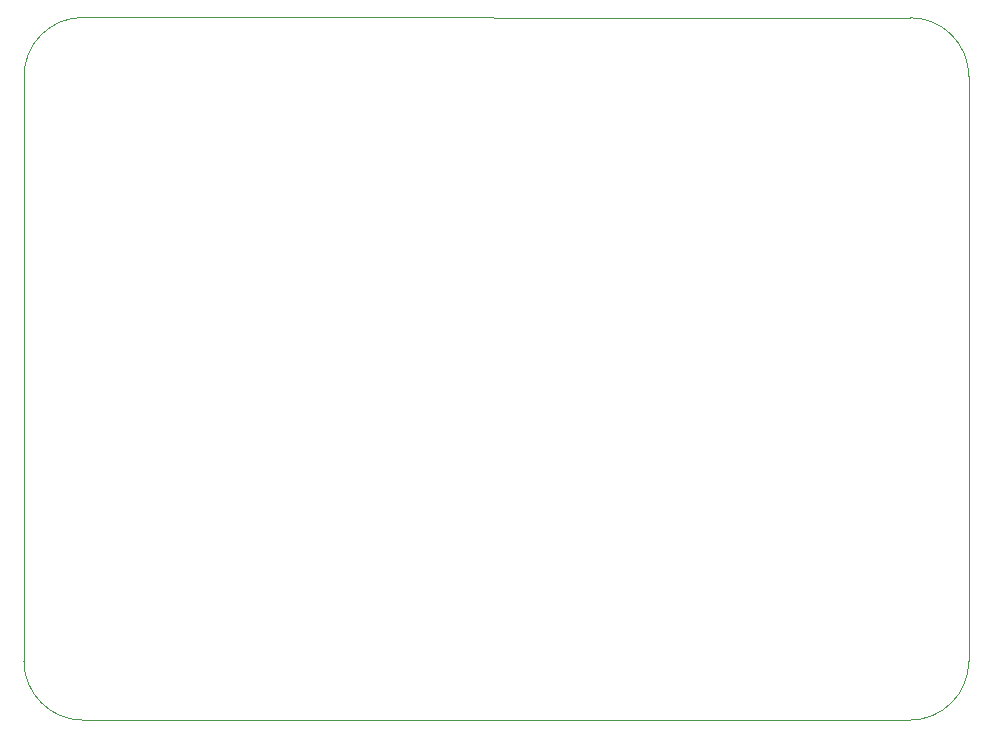
<source format=gm1>
G04 #@! TF.GenerationSoftware,KiCad,Pcbnew,9.0.0*
G04 #@! TF.CreationDate,2025-04-14T20:21:17-05:00*
G04 #@! TF.ProjectId,Charging_PCB,43686172-6769-46e6-975f-5043422e6b69,rev?*
G04 #@! TF.SameCoordinates,Original*
G04 #@! TF.FileFunction,Profile,NP*
%FSLAX46Y46*%
G04 Gerber Fmt 4.6, Leading zero omitted, Abs format (unit mm)*
G04 Created by KiCad (PCBNEW 9.0.0) date 2025-04-14 20:21:17*
%MOMM*%
%LPD*%
G01*
G04 APERTURE LIST*
G04 #@! TA.AperFunction,Profile*
%ADD10C,0.050000*%
G04 #@! TD*
G04 APERTURE END LIST*
D10*
X181525063Y-74025064D02*
X111500000Y-74000000D01*
X111500000Y-133500000D02*
X181500000Y-133500000D01*
X186500000Y-128500000D02*
X186500000Y-79000000D01*
X181525063Y-74025063D02*
G75*
G02*
X186500000Y-79000000I0J-4974937D01*
G01*
X106500000Y-79000000D02*
X106500000Y-128500000D01*
X186500000Y-128500000D02*
G75*
G02*
X181500000Y-133500000I-5000000J0D01*
G01*
X111500000Y-133500000D02*
G75*
G02*
X106500000Y-128500000I0J5000000D01*
G01*
X106500000Y-79000000D02*
G75*
G02*
X111500000Y-74000000I5000000J0D01*
G01*
M02*

</source>
